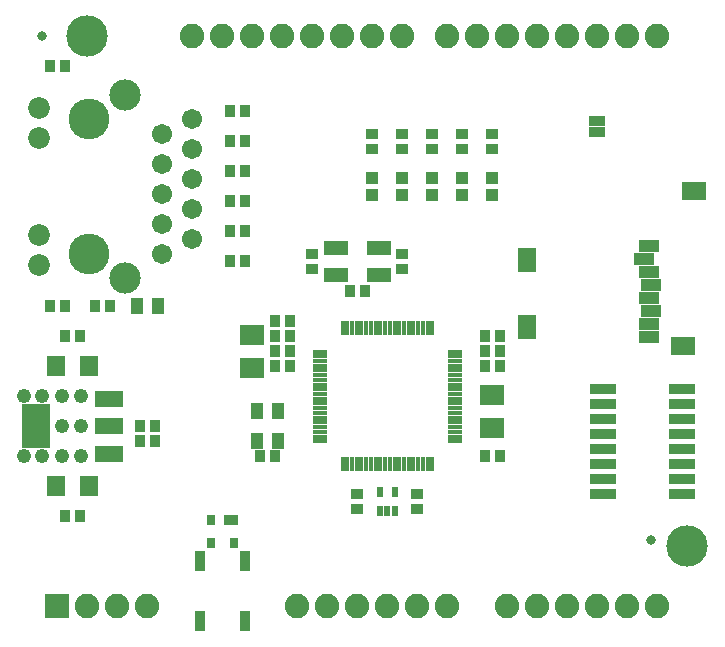
<source format=gbr>
G04 EAGLE Gerber RS-274X export*
G75*
%MOMM*%
%FSLAX34Y34*%
%LPD*%
%INSoldermask Top*%
%IPPOS*%
%AMOC8*
5,1,8,0,0,1.08239X$1,22.5*%
G01*
%ADD10R,1.603200X2.003200*%
%ADD11R,2.103200X1.603200*%
%ADD12R,1.703200X1.003200*%
%ADD13C,2.082800*%
%ADD14C,3.505200*%
%ADD15R,0.393200X1.303200*%
%ADD16R,1.303200X0.393200*%
%ADD17R,0.903200X1.103200*%
%ADD18R,2.103200X1.303200*%
%ADD19R,1.103200X0.903200*%
%ADD20R,1.003200X1.403200*%
%ADD21R,1.003200X1.003200*%
%ADD22R,1.473200X0.838200*%
%ADD23R,2.003200X1.803200*%
%ADD24R,0.603200X0.953200*%
%ADD25C,2.648200*%
%ADD26C,1.702800*%
%ADD27C,1.832800*%
%ADD28C,3.453200*%
%ADD29R,1.203200X0.903200*%
%ADD30R,0.803200X0.903200*%
%ADD31R,0.965200X1.727200*%
%ADD32R,2.438400X1.422400*%
%ADD33R,2.403200X3.803200*%
%ADD34R,1.603200X1.803200*%
%ADD35R,2.235200X0.863600*%
%ADD36R,2.082800X2.082800*%
%ADD37C,0.838200*%
%ADD38C,1.219200*%


D10*
X435800Y318800D03*
X435800Y261800D03*
D11*
X567300Y245800D03*
X577300Y377300D03*
D12*
X538800Y330700D03*
X534800Y319700D03*
X538800Y308700D03*
X540800Y297700D03*
X538800Y286700D03*
X540800Y275700D03*
X538800Y264700D03*
X538800Y253700D03*
D13*
X241300Y25400D03*
X266700Y25400D03*
X292100Y25400D03*
X317500Y25400D03*
X342900Y25400D03*
X368300Y25400D03*
X419100Y25400D03*
X444500Y25400D03*
X469900Y25400D03*
X495300Y25400D03*
X520700Y25400D03*
X546100Y25400D03*
X546100Y508000D03*
X520700Y508000D03*
X495300Y508000D03*
X469900Y508000D03*
X444500Y508000D03*
X419100Y508000D03*
X393700Y508000D03*
X368300Y508000D03*
X330200Y508000D03*
X304800Y508000D03*
X279400Y508000D03*
X254000Y508000D03*
X228600Y508000D03*
X203200Y508000D03*
X177800Y508000D03*
X152400Y508000D03*
D14*
X571500Y76200D03*
X63500Y508000D03*
D15*
X319500Y260700D03*
X323500Y260700D03*
X327500Y260700D03*
X331500Y260700D03*
X335500Y260700D03*
X339500Y260700D03*
X343500Y260700D03*
X347500Y260700D03*
X351500Y260700D03*
X355500Y260700D03*
X315500Y260700D03*
X311500Y260700D03*
X307500Y260700D03*
X303500Y260700D03*
X299500Y260700D03*
X295500Y260700D03*
X291500Y260700D03*
X287500Y260700D03*
X283500Y260700D03*
X279500Y260700D03*
D16*
X260000Y205200D03*
X260000Y209200D03*
X260000Y213200D03*
X260000Y217200D03*
X260000Y221200D03*
X260000Y225200D03*
X260000Y229200D03*
X260000Y233200D03*
X260000Y237200D03*
X260000Y241200D03*
X260000Y201200D03*
X260000Y197200D03*
X260000Y193200D03*
X260000Y189200D03*
X260000Y185200D03*
X260000Y181200D03*
X260000Y177200D03*
X260000Y173200D03*
X260000Y169200D03*
X260000Y165200D03*
D15*
X315500Y145700D03*
X311500Y145700D03*
X307500Y145700D03*
X303500Y145700D03*
X299500Y145700D03*
X295500Y145700D03*
X291500Y145700D03*
X287500Y145700D03*
X283500Y145700D03*
X279500Y145700D03*
X319500Y145700D03*
X323500Y145700D03*
X327500Y145700D03*
X331500Y145700D03*
X335500Y145700D03*
X339500Y145700D03*
X343500Y145700D03*
X347500Y145700D03*
X351500Y145700D03*
X355500Y145700D03*
D16*
X375000Y201200D03*
X375000Y197200D03*
X375000Y193200D03*
X375000Y189200D03*
X375000Y185200D03*
X375000Y181200D03*
X375000Y177200D03*
X375000Y173200D03*
X375000Y169200D03*
X375000Y165200D03*
X375000Y205200D03*
X375000Y209200D03*
X375000Y213200D03*
X375000Y217200D03*
X375000Y221200D03*
X375000Y225200D03*
X375000Y229200D03*
X375000Y233200D03*
X375000Y237200D03*
X375000Y241200D03*
D17*
X222100Y254000D03*
X235100Y254000D03*
D18*
X310600Y329000D03*
X273600Y306000D03*
X310600Y306000D03*
X273600Y329000D03*
D19*
X330200Y324000D03*
X330200Y311000D03*
X254000Y324000D03*
X254000Y311000D03*
D20*
X224900Y165100D03*
X206900Y165100D03*
X206900Y190500D03*
X224900Y190500D03*
D17*
X235100Y241300D03*
X222100Y241300D03*
X235100Y228600D03*
X222100Y228600D03*
D19*
X292100Y120800D03*
X292100Y107800D03*
D17*
X222400Y152400D03*
X209400Y152400D03*
X399900Y152400D03*
X412900Y152400D03*
X298600Y292100D03*
X285600Y292100D03*
D21*
X330200Y373500D03*
X330200Y388500D03*
X355600Y373500D03*
X355600Y388500D03*
X381000Y373500D03*
X381000Y388500D03*
X406400Y373500D03*
X406400Y388500D03*
D19*
X330200Y412600D03*
X330200Y425600D03*
X355600Y412600D03*
X355600Y425600D03*
X381000Y412600D03*
X381000Y425600D03*
X406400Y412600D03*
X406400Y425600D03*
X342900Y120800D03*
X342900Y107800D03*
D22*
X495300Y427300D03*
X495300Y436300D03*
D23*
X203200Y227300D03*
X203200Y255300D03*
X406400Y176500D03*
X406400Y204500D03*
D17*
X235100Y266700D03*
X222100Y266700D03*
X412900Y254000D03*
X399900Y254000D03*
X399900Y228600D03*
X412900Y228600D03*
D24*
X311000Y106050D03*
X317500Y106050D03*
X324000Y106050D03*
X324000Y122550D03*
X311000Y122550D03*
D25*
X95200Y303550D03*
X95200Y458450D03*
D26*
X152400Y387400D03*
X127000Y400100D03*
X127000Y425500D03*
X127000Y374700D03*
X127000Y349300D03*
X127000Y323900D03*
X152400Y412800D03*
X152400Y438200D03*
X152400Y362000D03*
X152400Y336600D03*
D27*
X22700Y314750D03*
X22700Y447250D03*
X22700Y421850D03*
X22700Y340150D03*
D28*
X64700Y323850D03*
X64700Y438150D03*
D17*
X197000Y444500D03*
X184000Y444500D03*
X197000Y342900D03*
X184000Y342900D03*
X197000Y419100D03*
X184000Y419100D03*
X197000Y368300D03*
X184000Y368300D03*
D20*
X123300Y279400D03*
X105300Y279400D03*
D17*
X184000Y393700D03*
X197000Y393700D03*
X184000Y317500D03*
X197000Y317500D03*
X31600Y482600D03*
X44600Y482600D03*
X44600Y279400D03*
X31600Y279400D03*
X82700Y279400D03*
X69700Y279400D03*
D29*
X185300Y98900D03*
D30*
X168300Y98900D03*
X168300Y78900D03*
X187300Y78900D03*
D31*
X196850Y63500D03*
X196850Y12700D03*
X158750Y63500D03*
X158750Y12700D03*
D17*
X399900Y241300D03*
X412900Y241300D03*
X57300Y254000D03*
X44300Y254000D03*
X44300Y101600D03*
X57300Y101600D03*
D32*
X81788Y154686D03*
X81788Y177800D03*
X81788Y200914D03*
D33*
X19810Y177800D03*
D17*
X107800Y177800D03*
X120800Y177800D03*
X120800Y165100D03*
X107800Y165100D03*
D34*
X36800Y228600D03*
X64800Y228600D03*
X64800Y127000D03*
X36800Y127000D03*
D35*
X500253Y209550D03*
X500253Y196850D03*
X500253Y184150D03*
X500253Y171450D03*
X500253Y158750D03*
X500253Y146050D03*
X500253Y133350D03*
X500253Y120650D03*
X566547Y120650D03*
X566547Y133350D03*
X566547Y146050D03*
X566547Y158750D03*
X566547Y171450D03*
X566547Y184150D03*
X566547Y196850D03*
X566547Y209550D03*
D21*
X304800Y373500D03*
X304800Y388500D03*
D19*
X304800Y412600D03*
X304800Y425600D03*
D36*
X38100Y25400D03*
D13*
X63500Y25400D03*
X88900Y25400D03*
X114300Y25400D03*
D37*
X541020Y81280D03*
X25400Y508000D03*
D38*
X41910Y203200D03*
X58420Y203200D03*
X25400Y203200D03*
X25400Y152400D03*
X41910Y177800D03*
X58420Y177800D03*
X10160Y203200D03*
X10160Y152400D03*
X41910Y152400D03*
X58420Y152400D03*
M02*

</source>
